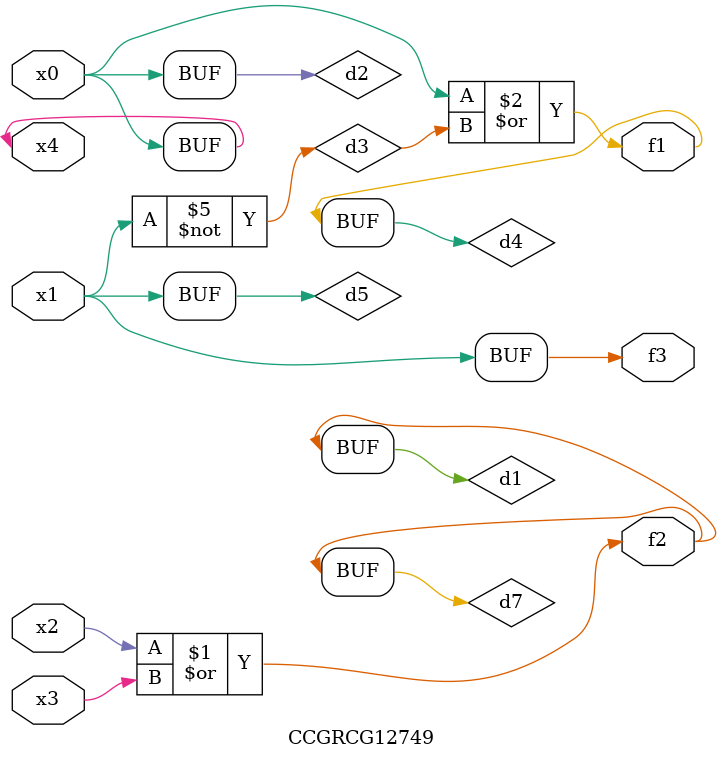
<source format=v>
module CCGRCG12749(
	input x0, x1, x2, x3, x4,
	output f1, f2, f3
);

	wire d1, d2, d3, d4, d5, d6, d7;

	or (d1, x2, x3);
	buf (d2, x0, x4);
	not (d3, x1);
	or (d4, d2, d3);
	not (d5, d3);
	nand (d6, d1, d3);
	or (d7, d1);
	assign f1 = d4;
	assign f2 = d7;
	assign f3 = d5;
endmodule

</source>
